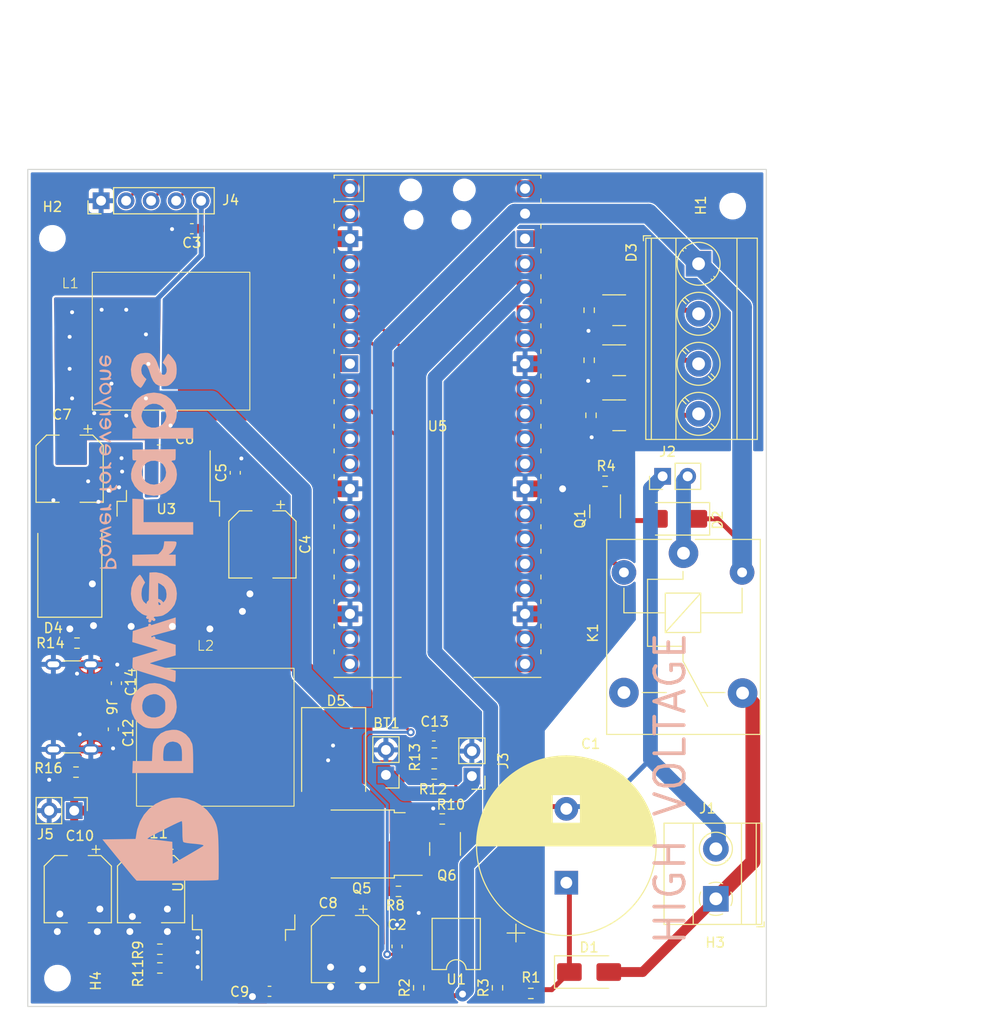
<source format=kicad_pcb>
(kicad_pcb (version 20221018) (generator pcbnew)
  (layers (0 "F.Cu" signal) (31 "B.Cu" power) (34 "B.Paste" user) (35 "F.Paste" user) (36 "B.SilkS" user "B.Silkscreen") (37 "F.SilkS" user "F.Silkscreen") (38 "B.Mask" user) (39 "F.Mask" user) (44 "Edge.Cuts" user))
  (net 0 "")
  (net 1 "/BATT_POS")
  (net 2 "GND")
  (net 3 "+5V")
  (net 4 "/NEUTRAL")
  (net 5 "/MAINS_SENSE")
  (net 6 "/GSM_TXD")
  (net 7 "/BATT_READ")
  (net 8 "/GSM_RXD")
  (net 9 "/LIVE")
  (net 10 "Net-(R1-Pad2)")
  (net 11 "+3.3V")
  (net 12 "/MAINS_RELAY")
  (net 13 "/LOAD_SWITCH")
  (net 14 "/LED_BLUE")
  (net 15 "/LED_GREEN")
  (net 16 "/LED_RED")
  (net 17 "/BATT_OUT+")
  (net 18 "/GSM_RESET")
  (net 19 "/sw_1")
  (net 20 "/FB_1")
  (net 21 "/main_det_ret")
  (net 22 "/LIVE_RELAY_CHARGER_OUT")
  (net 23 "/sw_OUT")
  (net 24 "/LED_RED_OUT")
  (net 25 "/LED_GREEN_OUT")
  (net 26 "/LED_BLUE_OUT")
  (net 27 "/out_1")
  (net 28 "Net-(D2-A)")
  (net 30 "Net-(Q5-G)")
  (net 31 "Net-(R3-Pad2)")
  (net 54 "Net-(J6-CC1)")
  (net 55 "Net-(J6-CC2)")
  (footprint "Diode_SMD:D_SMC" (layer "F.Cu") (at 80.772 99.06 90)
    (fp_text reference "D4")
    (fp_text value "B540C")
  )
  (footprint "TerminalBlock_Phoenix:TerminalBlock_Phoenix_MKDS-3-4-5.08_1x04_P5.08mm_Horizontal" (layer "F.Cu") (at 144.62 68.08 -90)
    (fp_text reference "D3")
    (fp_text value "LED_ARGB")
  )
  (footprint "MountingHole:MountingHole_2.2mm_M2" (layer "F.Cu") (at 148.082 62.23)
    (fp_text reference "H1")
    (fp_text value "MountingHole")
  )
  (footprint "Connector_PinHeader_2.54mm:PinHeader_1x02_P2.54mm_Vertical" (layer "F.Cu") (at 81.215 123.61 -90)
    (fp_text reference "J5")
    (fp_text value "Screw_Terminal_01x02")
  )
  (footprint "Package_TO_SOT_SMD:SOT-23" (layer "F.Cu") (at 135.128 93.218 -90)
    (fp_text reference "Q1")
    (fp_text value "Q_NMOS_GSD")
  )
  (footprint "Capacitor_SMD:CP_Elec_6.3x7.7" (layer "F.Cu") (at 81.58 131.585 -90)
    (fp_text reference "C10")
    (fp_text value "470uF")
  )
  (footprint "footprint_library:SMD,13.7x12.8mm" (layer "F.Cu") (at 101.04 116.16 180)
    (fp_text reference "L2")
    (fp_text value "47uH")
  )
  (footprint "Resistor_SMD:R_0603_1608Metric" (layer "F.Cu") (at 133.696 83.466 -90)
    (fp_text reference "R7" hide)
    (fp_text value "10K")
  )
  (footprint "TerminalBlock_Phoenix:TerminalBlock_Phoenix_MKDS-1,5-2-5.08_1x02_P5.08mm_Horizontal" (layer "F.Cu") (at 146.375 132.565 90)
    (fp_text reference "J1")
    (fp_text value "Screw_Terminal_01x02")
  )
  (footprint "Resistor_SMD:R_0603_1608Metric" (layer "F.Cu") (at 116.2 141.6 90)
    (fp_text reference "R2")
    (fp_text value "10K")
  )
  (footprint "footprint_library:SMD,13.7x12.8mm" (layer "F.Cu") (at 96.55 75.94 180)
    (fp_text reference "L1")
    (fp_text value "47uH")
  )
  (footprint "Resistor_SMD:R_0603_1608Metric" (layer "F.Cu") (at 81.5 106.6 180)
    (fp_text reference "R14")
    (fp_text value "10K")
  )
  (footprint "Capacitor_SMD:C_0603_1608Metric" (layer "F.Cu") (at 101.05 141.96 180)
    (fp_text reference "C9")
    (fp_text value "100nF")
  )
  (footprint "MountingHole:MountingHole_2.2mm_M2" (layer "F.Cu") (at 146.304 140.208)
    (fp_text reference "H3")
    (fp_text value "MountingHole")
  )
  (footprint "Package_TO_SOT_SMD:SOT-23" (layer "F.Cu") (at 136.558 72.798)
    (fp_text reference "Q2" hide)
    (fp_text value "Q_NMOS_GSD")
  )
  (footprint "Resistor_SMD:R_0603_1608Metric" (layer "F.Cu") (at 117.77 119.895)
    (fp_text reference "R12")
    (fp_text value "47k")
  )
  (footprint "Resistor_SMD:R_0603_1608Metric" (layer "F.Cu") (at 124.2 141.6 90)
    (fp_text reference "R3")
    (fp_text value "10K")
  )
  (footprint "Diode_SMD:D_SMA" (layer "F.Cu") (at 133.5 140)
    (fp_text reference "D1")
    (fp_text value "D")
  )
  (footprint "Resistor_SMD:R_0603_1608Metric" (layer "F.Cu") (at 135.128 90.17 180)
    (fp_text reference "R4")
    (fp_text value "10K")
  )
  (footprint "footprint_library:RPi_Pico_SMD_TH_REMOVED_SWD_PINS" (layer "F.Cu") (at 118.11 84.582)
    (fp_text reference "U5")
    (fp_text value "SC0915")
  )
  (footprint "Package_TO_SOT_SMD:SOT-23" (layer "F.Cu") (at 136.558 83.466)
    (fp_text reference "Q4" hide)
    (fp_text value "Q_NMOS_GSD")
  )
  (footprint "Package_TO_SOT_SMD:TO-263-5_TabPin3" (layer "F.Cu") (at 90.77 97.03 -90)
    (fp_text reference "U3")
    (fp_text value "LM2596S-5")
  )
  (footprint "Connector_PinHeader_2.54mm:PinHeader_1x02_P2.54mm_Vertical" (layer "F.Cu") (at 121.6 120.105 180)
    (fp_text reference "J3")
    (fp_text value "Conn_01x02_Pin")
  )
  (footprint "Resistor_SMD:R_0603_1608Metric" (layer "F.Cu") (at 89.916 139.585)
    (fp_text reference "R11")
    (fp_text value "3K3")
  )
  (footprint "MountingHole:MountingHole_2.2mm_M2" (layer "F.Cu") (at 79.52 140.62)
    (fp_text reference "H4")
    (fp_text value "MountingHole")
  )
  (footprint "Resistor_SMD:R_0603_1608Metric" (layer "F.Cu") (at 133.51 77.878 -90)
    (fp_text reference "R6" hide)
    (fp_text value "10K")
  )
  (footprint "Resistor_SMD:R_0603_1608Metric" (layer "F.Cu") (at 81.4 119.7 180)
    (fp_text reference "R16")
    (fp_text value "10K")
  )
  (footprint "Connector_USB:USB_C_Receptacle_GCT_USB4125-xx-x_6P_TopMnt_Horizontal" (layer "F.Cu") (at 79.9 113.075 -90)
    (fp_text reference "J6")
    (fp_text value "USB_C_Receptacle_PowerOnly_6P")
  )
  (footprint "Capacitor_SMD:CP_Elec_6.3x7.7" (layer "F.Cu") (at 80.75 88.89 -90)
    (fp_text reference "C7")
    (fp_text value "470uF")
  )
  (footprint "Package_TO_SOT_SMD:TO-252-2" (layer "F.Cu") (at 110.412 127 180)
    (fp_text reference "Q5")
    (fp_text value "Q_NMOS_GDS")
  )
  (footprint "Capacitor_SMD:C_0603_1608Metric" (layer "F.Cu") (at 97.57 89.305 90)
    (fp_text reference "C5")
    (fp_text value "100nF")
  )
  (footprint "Capacitor_SMD:C_0603_1608Metric" (layer "F.Cu") (at 114 137.4 90)
    (fp_text reference "C2")
    (fp_text value "100nF")
  )
  (footprint "Package_TO_SOT_SMD:SOT-23" (layer "F.Cu") (at 118.872 127.508 -90)
    (fp_text reference "Q6")
    (fp_text value "Q_NMOS_GSD")
  )
  (footprint "Diode_SMD:D_SMC" (layer "F.Cu") (at 107.56 118.0625 -90)
    (fp_text reference "D5")
    (fp_text value "B540C")
  )
  (footprint "Package_TO_SOT_SMD:SOT-23" (layer "F.Cu") (at 136.558 77.878)
    (fp_text reference "Q3" hide)
    (fp_text value "Q_NMOS_GSD")
  )
  (footprint "Connector_PinHeader_2.54mm:PinHeader_1x05_P2.54mm_Vertical" (layer "F.Cu") (at 83.945 61.68 90)
    (fp_text reference "J4")
    (fp_text value "Conn_01x05_Socket")
  )
  (footprint "Package_DIP:SMDIP-4_W7.62mm" (layer "F.Cu") (at 120.01 137.15 180)
    (fp_text reference "U1")
    (fp_text value "PC817")
  )
  (footprint "Capacitor_SMD:CP_Elec_6.3x7.7" (layer "F.Cu") (at 108.712 137.668 -90)
    (fp_text reference "C8")
    (fp_text value "470uF")
  )
  (footprint "Connector_PinHeader_2.54mm:PinHeader_1x02_P2.54mm_Vertical" (layer "F.Cu") (at 112.87 119.985 180)
    (fp_text reference "BT1")
    (fp_text value "Battery")
  )
  (footprint "Resistor_SMD:R_0603_1608Metric" (layer "F.Cu") (at 127.585 142.175 180)
    (fp_text reference "R1")
    (fp_text value "10K")
  )
  (footprint "Resistor_SMD:R_0603_1608Metric" (layer "F.Cu") (at 133.51 72.798 -90)
    (fp_text reference "R5" hide)
    (fp_text value "10K")
  )
  (footprint "Resistor_SMD:R_0603_1608Metric" (layer "F.Cu") (at 118.59 124.46 180)
    (fp_text reference "R10")
    (fp_text value "10K")
  )
  (footprint "Package_TO_SOT_SMD:TO-263-5_TabPin3" (layer "F.Cu") (at 98.42 130.875 90)
    (fp_text reference "U4")
    (fp_text value "XL4015")
  )
  (footprint "Capacitor_SMD:CP_Elec_6.3x7.7" (layer "F.Cu") (at 100.33 96.58 -90)
    (fp_text reference "C4")
    (fp_text value "470uF")
  )
  (footprint "MountingHole:MountingHole_2.2mm_M2" (layer "F.Cu") (at 79 65.5)
    (fp_text reference "H2")
    (fp_text value "MountingHole")
  )
  (footprint "Capacitor_SMD:C_0603_1608Metric" (layer "F.Cu") (at 117.73 116.025 180)
    (fp_text reference "C13")
    (fp_text value "100nF")
  )
  (footprint "Resistor_SMD:R_0603_1608Metric" (layer "F.Cu") (at 117.79 117.765 180)
    (fp_text reference "R13")
    (fp_text value "10K")
  )
  (footprint "Resistor_SMD:R_0603_1608Metric" (layer "F.Cu") (at 114.14 131.81)
    (fp_text reference "R8")
    (fp_text value "10K")
  )
  (footprint "Capacitor_SMD:C_0603_1608Metric" (layer "F.Cu") (at 93.16 64.52 180)
    (fp_text reference "C3")
    (fp_text value "100nF")
  )
  (footprint "Capacitor_SMD:C_0603_1608Metric" (layer "F.Cu") (at 89.8 85.97)
    (fp_text reference "C6")
    (fp_text value "100nF")
  )
  (footprint "Capacitor_SMD:C_0603_1608Metric" (layer "F.Cu") (at 85.5 110.67 90)
    (fp_text reference "C14")
    (fp_text value "100nF")
  )
  (footprint "Diode_SMD:D_SMA" (layer "F.Cu") (at 142.24 93.98 180)
    (fp_text reference "D2")
    (fp_text value "D")
  )
  (footprint "Capacitor_THT:CP_Radial_D18.0mm_P7.50mm" (layer "F.Cu") (at 131.19 130.93 90)
    (fp_text reference "C1")
    (fp_text value "120uF/450v")
  )
  (footprint "Resistor_SMD:R_0603_1608Metric" (layer "F.Cu") (at 89.916 137.685 180)
    (fp_text reference "R9")
    (fp_text value "10K")
  )
  (footprint "Capacitor_SMD:C_0603_1608Metric" (layer "F.Cu") (at 85.19 115.35 -90)
    (fp_text reference "C12")
    (fp_text value "100nF")
  )
  (footprint "Connector_PinHeader_2.54mm:PinHeader_1x02_P2.54mm_Vertical" (layer "F.Cu") (at 140.97 89.662 90)
    (fp_text reference "J2")
    (fp_text value "Conn_01x02_Pin")
  )
  (footprint "Capacitor_SMD:CP_Elec_6.3x7.7" (layer "F.Cu") (at 89.02 131.585 -90)
    (fp_text reference "C11")
    (fp_text value "470uF")
  )
  (footprint "Relay_THT:Relay_SPDT_SANYOU_SRD_Series_Form_C" (layer "F.Cu") (at 143.088 97.472 -90)
    (fp_text reference "K1")
    (fp_text value "SANYOU_SRD_Form_C")
  )
  (footprint "LOGO" (layer "B.Cu") (at 89.49 104.39 90)
    (fp_text reference "G***")
    (fp_text value "LOGO" hide)
  )
  (gr_rect (start 76.5 58.5) (end 151.5 143.5) (stroke (width 0.1)) (fill none) (layer "Edge.Cuts"))
  (gr_text "HIGH VOLTAGE" (at 143.5 137.46 90) (layer "B.SilkS") (effects (font (size 3 3) (thickness 0.375) bold) (justify left bottom)))
  (segment (start 112.87 119.985) (end 112.87 121.19) (width 0.3) (layer "F.Cu") (net 1))
  (segment (start 100.46 93.75) (end 101.75 93.75) (width 2) (layer "F.Cu") (net 1))
  (segment (start 112.87 122.138) (end 112.87 119.985) (width 1.5) (layer "F.Cu") (net 1))
  (segment (start 110.5 119.5) (end 110.985 119.985) (width 2) (layer "F.Cu") (net 1))
  (segment (start 103.83 95.83) (end 103.83 108.6) (width 2) (layer "F.Cu") (net 1))
  (segment (start 110.985 119.985) (end 112.87 119.985) (width 2) (layer "F.Cu") (net 1))
  (segment (start 106.73 111.5) (end 110.29 111.5) (width 2) (layer "F.Cu") (net 1))
  (segment (start 101.75 93.75) (end 103.83 95.83) (width 2) (layer "F.Cu") (net 1))
  (segment (start 113.315 126.857) (end 115.452 124.72) (width 0.3) (layer "F.Cu") (net 1))
  (segment (start 110.29 111.5) (end 110.5 111.71) (width 2) (layer "F.Cu") (net 1))
  (segment (start 116.945 119.895) (end 112.96 119.895) (width 0.3) (layer "F.Cu") (net 1))
  (segment (start 110.5 111.71) (end 110.5 119.5) (width 2) (layer "F.Cu") (net 1))
  (segment (start 103.83 108.6) (end 106.73 111.5) (width 2) (layer "F.Cu") (net 1))
  (segment (start 112.87 121.19) (end 112.87 122.138) (width 1.5) (layer "F.Cu") (net 1))
  (segment (start 112.87 122.138) (end 115.452 124.72) (width 1.5) (layer "F.Cu") (net 1))
  (segment (start 113.315 131.81) (end 113.315 126.857) (width 0.3) (layer "F.Cu") (net 1))
  (segment (start 112.96 119.895) (end 112.87 119.985) (width 0.3) (layer "F.Cu") (net 1))
  (segment (start 120.57 121.89) (end 114.775 121.89) (width 1.5) (layer "B.Cu") (net 1))
  (segment (start 121.6 120.105) (end 121.6 120.86) (width 1.5) (layer "B.Cu") (net 1))
  (segment (start 114.775 121.89) (end 112.87 119.985) (width 1.5) (layer "B.Cu") (net 1))
  (segment (start 121.6 120.86) (end 120.57 121.89) (width 1.5) (layer "B.Cu") (net 1))
  (segment (start 97.57 88.53) (end 97.57 88.47) (width 1) (layer "F.Cu") (net 2))
  (segment (start 116.955 117.755) (end 116.955 116.025) (width 0.3) (layer "F.Cu") (net 2))
  (segment (start 114 136.625) (end 114 135.2) (width 0.5) (layer "F.Cu") (net 2))
  (segment (start 131.572 90.17) (end 130.81 90.932) (width 0.5) (layer "F.Cu") (net 2))
  (segment (start 85.19 117.26) (end 85.16 117.29) (width 1) (layer "F.Cu") (net 2))
  (segment (start 100.12 138.525) (end 100.12 141.805) (width 1) (layer "F.Cu") (net 2))
  (segment (start 83.0425 115.84) (end 81.79 115.84) (width 1) (layer "F.Cu") (net 2))
  (segment (start 116.965 117.765) (end 116.955 117.755) (width 0.3) (layer "F.Cu") (net 2))
  (segment (start 134.178 92.2805) (end 132.1585 92.2805) (width 0.5) (layer "F.Cu") (net 2))
  (segment (start 90.575 89.185) (end 90.77 89.38) (width 0.5) (layer "F.Cu") (net 2))
  (segment (start 116.645 117.445) (end 112.87 117.445) (width 0.3) (layer "F.Cu") (net 2))
  (segment (start 85.19 116.125) (end 85.19 117.26) (width 1) (layer "F.Cu") (net 2))
  (segment (start 90.741 139.585) (end 93.96 139.585) (width 0.3) (layer "F.Cu") (net 2))
  (segment (start 83.3275 116.125) (end 85.19 116.125) (width 1) (layer "F.Cu") (net 2))
  (segment (start 133.51 73.623) (end 133.51 74.82) (width 0.5) (layer "F.Cu") (net 2))
  (segment (start 116.965 117.765) (end 116.645 117.445) (width 0.3) (layer "F.Cu") (net 2))
  (segment (start 78.675 120.48) (end 78.745 120.41) (width 0.5) (layer "F.Cu") (net 2))
  (segment (start 133.51 78.703) (end 133.51 79.87) (width 0.5) (layer "F.Cu") (net 2))
  (segment (start 116.2 134) (end 116.2 135.88) (width 0.5) (layer "F.Cu") (net 2))
  (segment (start 107 118.5) (end 107 117.5) (width 1.5) (layer "F.Cu") (net 2))
  (segment (start 107.56 116.94) (end 107.5 117) (width 1.5) (layer "F.Cu") (net 2))
  (segment (start 97.57 88.47) (end 98.19 87.85) (width 1) (layer "F.Cu") (net 2))
  (segment (start 86.49 102.46) (end 87.995 100.955) (width 1.5) (layer "F.Cu") (net 2))
  (segment (start 126.89 90.932) (end 130.81 90.932) (width 1) (layer "F.Cu") (net 2))
  (segment (start 135.6205 73.748) (end 133.635 73.748) (width 0.5) (layer "F.Cu") (net 2))
  (segment (start 133.821 84.416) (end 133.696 84.291) (width 0.5) (layer "F.Cu") (net 2))
  (segment (start 93.96 139.585) (end 95.02 138.525) (width 0.3) (layer "F.Cu") (net 2))
  (segment (start 133.51 74.82) (end 133.44 74.89) (width 0.5) (layer "F.Cu") (net 2))
  (segment (start 133.635 73.748) (end 133.51 73.623) (width 0.5) (layer "F.Cu") (net 2))
  (segment (start 92.385 64.52) (end 91.19 64.52) (width 1) (layer "F.Cu") (net 2))
  (segment (start 133.696 84.291) (end 133.696 85.636) (width 0.5) (layer "F.Cu") (net 2))
  (segment (start 90.575 85.97) (end 90.575 84.925) (width 0.5) (layer "F.Cu") (net 2))
  (segment (start 87.37 89.38) (end 87.37 88.22) (width 0.5) (layer "F.Cu") (net 2))
  (segment (start 117.922 126.5705) (end 117.922 124.617) (width 0.5) (layer "F.Cu") (net 2))
  (segment (start 135.6205 84.416) (end 133.821 84.416) (width 0.5) (layer "F.Cu") (net 2))
  (segment (start 134.303 90.17) (end 131.572 90.17) (width 0.5) (layer "F.Cu") (net 2))
  (segment (start 91.19 64.52) (end 91.15 64.56) (width 1) (layer "F.Cu") (net 2))
  (segment (start 90.575 84.925) (end 91 84.5) (width 0.5) (layer "F.Cu") (net 2))
  (segment (start 81.79 115.84) (end 81.77 115.86) (width 1) (layer "F.Cu") (net 2))
  (segment (start 78.675 123.61) (end 78.675 120.48) (width 0.5) (layer "F.Cu") (net 2))
  (segment (start 80.772 102.46) (end 86.49 102.46) (width 1.5) (layer "F.Cu") (net 2))
  (segment (start 107.56 114.6625) (end 107.56 116.94) (width 1.5) (layer "F.Cu") (net 2))
  (segment (start 117.765 123.485) (end 117.67 123.39) (width 0.5) (layer "F.Cu") (net 2))
  (segment (start 133.51 79.87) (end 133.41 79.97) (width 0.5) (layer "F.Cu") (net 2))
  (segment (start 83.0425 115.84) (end 83.3275 116.125) (width 1) (layer "F.Cu") (net 2))
  (segment (start 133.696 85.636) (end 133.76 85.7) (width 0.5) (layer "F.Cu") (net 2))
  (segment (start 135.6205 78.828) (end 133.635 78.828) (width 0.5) (layer "F.Cu") (net 2))
  (segment (start 132.1585 92.2805) (end 130.81 90.932) (width 0.5) (layer "F.Cu") (net 2))
  (segment (start 85.5 108.87) (end 85.59 108.78) (width 1) (layer "F.Cu") (net 2))
  (segment (start 100.12 141.688) (end 99.314 142.494) (width 1) (layer "F.Cu") (net 2))
  (segment (start 100.12 141.805) (end 100.275 141.96) (width 1) (layer "F.Cu") (net 2))
  (segment (start 107 117.5) (end 107.5 117) (width 1.5) (layer "F.Cu") (net 2))
  (segment (start 117.922 124.617) (end 117.765 124.46) (width 0.5) (layer "F.Cu") (net 2))
  (segment (start 117.765 124.46) (end 117.765 123.485) (width 0.5) (layer "F.Cu") (net 2))
  (segment (start 134.303 92.1555) (end 134.178 92.2805) (width 0.5) (layer "F.Cu") (net 2))
  (segment (start 133.635 78.828) (end 133.51 78.703) (width 0.5) (layer "F.Cu") (net 2))
  (segment (start 90.575 85.97) (end 90.575 89.185) (width 0.5) (layer "F.Cu") (net 2))
  (segment (start 134.303 90.17) (end 134.303 92.1555) (width 0.5) (layer "F.Cu") (net 2))
  (segment (start 85.5 109.895) (end 85.5 108.87) (width 1) (layer "F.Cu") (net 2))
  (via (at 99.06 101.6) (size 1) (drill 0.7) (layers "F.Cu" "B.Cu") (net 2))
  (via (at 85.59 108.78) (size 0.8) (drill 0.4) (layers "F.Cu" "B.Cu") (net 2))
  (via (at 83.566 135.89) (size 1) (drill 0.7) (layers "F.Cu" "B.Cu") (net 2))
  (via (at 133.76 85.7) (size 0.8) (drill 0.4) (layers "F.Cu" "B.Cu") (net 2))
  (via (at 84.71 91.11) (size 0.8) (drill 0.4) (layers "F.Cu" "B.Cu") (net 2))
  (via (at 93.75 136.5) (size 0.8) (drill 0.4) (layers "F.Cu" "B.Cu") (net 2))
  (via (at 93.75 139.5) (size 0.8) (drill 0.4) (layers "F.Cu" "B.Cu") (net 2))
  (via (at 107.25 139.5) (size 1) (drill 0.7) (layers "F.Cu" "B.Cu") (net 2))
  (via (at 91.186 104.902) (size 1) (drill 0.7) (layers "F.Cu" "B.Cu") (net 2))
  (via (at 110.5 141.5) (size 1) (drill 0.7) (layers "F.Cu" "B.Cu") (net 2))
  (via (at 91 84.5) (size 0.8) (drill 0.4) (layers "F.Cu" "B.Cu") (net 2))
  (via (at 87.122 134.366) (size 1) (drill 0.7) (layers "F.Cu" "B.Cu") (net 2))
  (via (at 110.49 139.7) (size 1) (drill 0.7) (layers "F.Cu" "B.Cu") (net 2))
  (via (at 93.75 138) (size 0.8) (drill 0.4) (layers "F.Cu" "B.Cu") (net 2))
  (via (at 90.678 133.604) (size 1) (drill 0.7) (layers "F.Cu" "B.Cu") (net 2))
  (via (at 81.5 109.7) (size 0.8) (drill 0.4) (layers "F.Cu" "B.Cu") (net 2))
  (via (at 98.19 87.85) (size 0.8) (drill 0.4) (layers "F.Cu" "B.Cu") (net 2))
  (via (at 83.175 104.825) (size 1) (drill 0.7) (layers "F.Cu" "B.Cu") (net 2))
  (via (at 116.2 134) (size 0.8) (drill 0.4) (layers "F.Cu" "B.Cu") (net 2))
  (via (at 85.77 90.78) (size 0.8) (drill 0.4) (layers "F.Cu" "B.Cu") (net 2))
  (via (at 78.675 120.48) (size 0.8) (drill 0.4) (layers "F.Cu" "B.Cu") (net 2))
  (via (at 87 104.902) (size 1) (drill 0.7) (layers "F.Cu" "B.Cu") (net 2))
  (via (at 91.15 64.56) (size 0.8) (drill 0.4) (layers "F.Cu" "B.Cu") (net 2))
  (via (at 130.81 90.932) (size 1) (drill 0.7) (layers "F.Cu" "B.Cu") (net 2))
  (via (at 117.67 123.39) (size 0.8) (drill 0.4) (layers "F.Cu" "B.Cu") (net 2))
  (via (at 133.44 74.89) (size 0.8) (drill 0.4) (layers "F.Cu" "B.Cu") (net 2))
  (via (at 114 135.2) (size 0.8) (drill 0.4) (layers "F.Cu" "B.Cu") (net 2))
  (via (at 98.298 103.378) (size 1) (drill 0.7) (layers "F.Cu" "B.Cu") (net 2))
  (via (at 99.314 142.494) (size 1) (drill 0.7) (layers "F.Cu" "B.Cu") (net 2))
  (via (at 83.058 100.584) (size 1) (drill 0.7) (layers "F.Cu" "B.Cu") (net 2))
  (via (at 81.77 115.86) (size 0.8) (drill 0.4) (layers "F.Cu" "B.Cu") (net 2))
  (via (at 107.5 117) (size 0.8) (drill 0.4) (layers "F.Cu" "B.Cu") (net 2))
  (via (at 83.68 92.25) (size 0.8) (drill 0.4) (layers "F.Cu" "B.Cu") (net 2))
  (via (at 133.41 79.97) (size 0.8) (drill 0.4) (layers "F.Cu" "B.Cu") (net 2))
  (via (at 79.756 134.112) (size 1) (drill 0.7) (layers "F.Cu" "B.Cu") (net 2))
  (via (at 90.678 135.89) (size 1) (drill 0.7) (layers "F.Cu" "B.Cu") (net 2))
  (via (at 82.63 90.17) (size 0.8) (drill 0.4) (layers "F.Cu" "B.Cu") (net 2))
  (via (at 79.1 92.09) (size 0.8) (drill 0.4) (layers "F.Cu" "B.Cu") (net 2))
  (via (at 86.02 87.82) (size 0.8) (drill 0.4) (layers "F.Cu" "B.Cu") (net 2))
  (via (at 83.82 133.604) (size 1) (drill 0.7) (layers "F.Cu" "B.Cu") (net 2))
  (via (at 85.16 117.29) (size 0.8) (drill 0.4) (layers "F.Cu" "B.Cu") (net 2))
  (via (at 80.772 105.156) (size 1) (drill 0.7) (layers "F.Cu" "B.Cu") (net 2))
  (via (at 94.996 105.156) (size 1) (drill 0.7) (layers "F.Cu" "B.Cu") (net 2))
  (via (at 86.868 135.89) (size 1) (drill 0.7) (layers "F.Cu" "B.Cu") (net 2))
  (via (at 107.25 141.5) (size 1) (drill 0.7) (layers "F.Cu" "B.Cu") (net 2))
  (via (at 86.08 89.18) (size 0.8) (drill 0.4) (layers "F.Cu" "B.Cu") (net 2))
  (via (at 107 118.5) (size 0.8) (drill 0.4) (layers "F.Cu" "B.Cu") (net 2))
  (via (at 79.502 135.89) (size 1) (drill 0.7) (layers "F.Cu" "B.Cu") (net 2))
  (segment (start 93.935 64.52) (end 94.105 64.35) (width 0.5) (layer "F.Cu") (net 3))
  (segment (start 149.038 96.46) (end 149.038 99.422) (width 0.5) (layer "F.Cu") (net 3))
  (segment (start 144.24 93.98) (end 146.558 93.98) (width 0.5) (layer "F.Cu") (net 3))
  (segment (start 146.558 93.98) (end 149.038 96.46) (width 0.5) (layer "F.Cu") (net 3))
  (segment (start 94.105 64.35) (end 94.105 61.68) (width 0.5) (layer "F.Cu") (net 3))
  (via (at 88.75 78.25) (size 0.8) (drill 0.4) (layers "F.Cu" "B.Cu") (net 3))
  (via (at 81 73) (size 0.8) (drill 0.4) (layers "F.Cu" "B.Cu") (net 3))
  (via (at 86.5 83.5) (size 0.8) (drill 0.4) (layers "F.Cu" "B.Cu") (net 3))
  (via (at 88.5 75.25) (size 0.8) (drill 0.4) (layers "F.Cu" "B.Cu") (net 3))
  (via (at 81 81.75) (size 0.8) (drill 0.4) (layers "F.Cu" "B.Cu") (net 3))
  (via (at 83.25 83.25) (size 0.8) (drill 0.4) (layers "F.Cu" "B.Cu") (net 3))
  (via (at 86.5 72.75) (size 0.8) (drill 0.4) (layers "F.Cu" "B.Cu") (net 3))
  (via (at 84 72.75) (size 0.8) (drill 0.4) (layers "F.Cu" "B.Cu") (net 3))
  (via (at 85 80.25) (size 0.8) (drill 0.4) (layers "F.Cu" "B.Cu") (net 3))
  (via (at 80.75 75.5) (size 0.8) (drill 0.4) (layers "F.Cu" "B.Cu") (net 3))
  (via (at 80.75 78.75) (size 0.8) (drill 0.4) (layers "F.Cu" "B.Cu") (net 3))
  (via (at 88.5 81.75) (size 0.8) (drill 0.4) (layers "F.Cu" "B.Cu") (net 3))
  (segment (start 89.17 81.96) (end 95.15 81.96) (width 2) (layer "B.Cu") (net 3))
  (segment (start 125.976 62.992) (end 139.532 62.992) (width 2) (layer "B.Cu") (net 3))
  (segment (start 149.038 99.422) (end 149.038 72.498) (width 2) (layer "B.Cu") (net 3))
  (segment (start 95.15 81.96) (end 104.33 91.14) (width 2) (layer "B.Cu") (net 3))
  (segment (start 139.532 62.992) (end 144.62 68.08) (width 2) (layer "B.Cu") (net 3))
  (segment (start 94.105 67.205) (end 84.68 76.63) (width 0.5) (layer "B.Cu") (net 3))
  (segment (start 88.39 81.18) (end 89.17 81.96) (width 1.5) (layer "B.Cu") (net 3))
  (segment (start 149.038 72.498) (end 144.62 68.08) (width 2) (layer "B.Cu") (net 3))
  (segment (start 88.92 81.71) (end 89.17 81.96) (width 1.5) (layer "B.Cu") (net 3))
  (segment (start 88.39 81.18) (end 87.86 81.18) (width 1.5) (layer "B.Cu") (net 3))
  (segment (start 104.33 91.14) (end 104.33 109.65) (width 2) (layer "B.Cu") (net 3))
  (segment (start 112.522 114.18) (end 112.522 76.446) (width 2) (layer "B.Cu") (net 3))
  (segment (start 112.522 76.446) (end 125.976 62.992) (width 2) (layer "B.Cu") (net 3))
  (segment (start 94.105 61.68) (end 94.105 67.205) (width 0.5) (layer "B.Cu") (net 3))
  (segment (start 108.86 114.18) (end 112.522 114.18) (width 2) (layer "B.Cu") (net 3))
  (segment (start 104.33 109.65) (end 108.86 114.18) (width 2) (layer "B.Cu") (net 3))
  (segment (start 125.2 127.56) (end 129.56 123.2) (width 0.5) (layer "F.Cu") (net 4))
  (segment (start 124.84 135.51) (end 125.2 135.15) (width 0.5) (layer "F.Cu") (net 4))
  (segment (start 125.2 135.15) (end 125.2 127.56) (width 0.5) (layer "F.Cu") (net 4))
  (segment (start 129.56 123.2) (end 130.93 123.2) (width 0.5) (layer "F.Cu") (net 4))
  (segment (start 142.228 120.892) (end 146.64 125.304) (width 1.5) (layer "B.Cu") (net 4))
  (segment (start 134.924 123.2) (end 139.73 118.394) (width 0.5) (layer "B.Cu") (net 4))
  (segment (start 130.93 123.2) (end 134.924 123.2) (width 0.5) (layer "B.Cu") (net 4))
  (segment (start 146.64 125.304) (end 146.64 127.22) (width 1.5) (layer "B.Cu") (net 4))
  (segment (start 139.73 118.394) (end 139.73 90.902) (width 1.5) (layer "B.Cu") (net 4))
  (segment (start 139.73 90.902) (end 140.97 89.662) (width 1.5) (layer "B.Cu") (net 4))
  (segment (start 142.228 120.892) (end 139.73 118.394) (width 1.5) (layer "B.Cu") (net 4))
  (segment (start 115.955 138.175) (end 116.2 138.42) (width 0.3) (layer "F.Cu") (net 5))
  (segment (start 116.2 138.42) (end 116.2 140.775) (width 0.3) (layer "F.Cu") (net 5))
  (segment (start 114 138.175) (end 115.955 138.175) (width 0.3) (layer "F.Cu") (net 5))
  (segment (start 109.11 80.772) (end 113.79 85.452) (width 0.3) (layer "F.Cu") (net 5))
  (segment (start 113.975 138.2) (end 114 138.175) (width 0.3) (layer "F.Cu") (net 5))
  (segment (start 113.79 85.452) (end 113.79 114.05) (width 0.3) (layer "F.Cu") (net 5))
  (segment (start 113.79 114.05) (end 115.39 115.65) (width 0.3) (layer "F.Cu") (net 5))
  (segment (start 113 138.2) (end 113.975 138.2) (width 0.3) (layer "F.Cu") (net 5))
  (via (at 115.39 115.65) (size 0.8) (drill 0.4) (layers "F.Cu" "B.Cu") (net 5))
  (via (at 113 138.2) (size 0.8) (drill 0.4) (layers "F.Cu" "B.Cu") (net 5))
  (segment (start 111.11 115.65) (end 115.39 115.65) (width 0.3) (layer "B.Cu") (net 5))
  (segment (start 113 138.2) (end 113 122.99) (width 0.3) (layer "B.Cu") (net 5))
  (segment (start 110.7 120.69) (end 110.7 116.06) (width 0.3) (layer "B.Cu") (net 5))
  (segment (start 113 122.99) (end 110.7 120.69) (width 0.3) (layer "B.Cu") (net 5))
  (segment (start 110.7 116.06) (end 111.11 115.65) (width 0.3) (layer "B.Cu") (net 5))
  (segment (start 104.802 62.992) (end 109.11 62.992) (width 0.3) (layer "F.Cu") (net 6))
  (segment (start 100.86 59.05) (end 104.802 62.992) (width 0.3) (layer "F.Cu") (net 6))
  (segment (start 89.115 59.05) (end 100.86 59.05) (width 0.3) (layer "F.Cu") (net 6))
  (segment (start 86.485 61.68) (end 89.115 59.05) (width 0.3) (layer "F.Cu") (net 6))
  (segment (start 114.65 110.27) (end 114.65 79.36) (width 0.3) (layer "F.Cu") (net 7))
  (segment (start 118.505 114.125) (end 114.65 110.27) (width 0.3) (layer "F.Cu") (net 7))
  (segment (start 118.505 116.025) (end 118.505 119.805) (width 0.3) (layer "F.Cu") (net 7))
  (segment (start 114.65 79.36) (end 110.982 75.692) (width 0.3) (layer "F.Cu") (net 7))
  (segment (start 118.505 116.025) (end 118.505 114.125) (width 0.3) (layer "F.Cu") (net 7))
  (segment (start 118.505 119.805) (end 118.595 119.895) (width 0.3) (layer "F.Cu") (net 7))
  (segment (start 110.982 75.692) (end 109.11 75.692) (width 0.3) (layer "F.Cu") (net 7))
  (segment (start 99.84 59.6) (end 106 65.76) (width 0.3) (layer "F.Cu") (net 8))
  (segment (start 109.042 68.14) (end 109.11 68.072) (width 0.3) (layer "F.Cu") (net 8))
  (segment (start 91.105 59.6) (end 99.84 59.6) (width 0.3) (layer "F.Cu") (net 8))
  (segment (start 89.025 61.68) (end 91.105 59.6) (width 0.3) (layer "F.Cu") (net 8))
  (segment (start 106 68.14) (end 109.042 68.14) (width 0.3) (layer "F.Cu") (net 8))
  (segment (start 106 65.76) (end 106 68.14) (width 0.3) (layer "F.Cu") (net 8))
  (segment (start 138.94 140) (end 146.64 132.3) (width 1) (layer "F.Cu") (net 9))
  (segment (start 149.088 111.672) (end 150.13 112.714) (width 1.5) (layer "F.Cu") (net 9))
  (segment (start 150.13 112.714) (end 150.13 128.81) (width 1.5) (layer "F.Cu") (net 9))
  (segment (start 135.5 140) (end 138.94 140) (width 1) (layer "F.Cu") (net 9))
  (segment (start 150.13 128.81) (end 146.64 132.3) (width 1.5) (layer "F.Cu") (net 9))
  (segment (start 124.2 142.425) (end 126.51 142.425) (width 0.5) (layer "F.Cu") (net 10))
  (segment (start 126.51 142.425) (end 126.76 142.175) (width 0.5) (layer "F.Cu") (net 10))
  (segment (start 120.22 142.4) (end 116.225 142.4) (width 0.5) (layer "F.Cu") (net 11))
  (segment (start 120.515 142.105) (end 120.22 142.4) (width 0.5) (layer "F.Cu") (net 11))
  (segment (start 116.225 142.4) (end 116.2 142.425) (width 0.5) (layer "F.Cu") (net 11))
  (via (at 120.65 142.24) (size 1) (drill 0.7) (layers "F.Cu" "B.Cu") (net 11))
  (segment (start 117.85 107.5) (end 117.84 107.49) (width 1.5) (layer "B.Cu") (net 11))
  (segment (start 121.07 141.75) (end 121.07 141.82) (width 1.5) (layer "B.Cu") (net 11))
  (segment (start 121.07 141.75) (end 121.07 129.17) (width 1.5) (layer "B.Cu") (net 11))
  (segment (start 121.07 141.82) (end 120.65 142.24) (width 1.5) (layer "B.Cu") (net 11))
  (segment (start 123.51 126.73) (end 123.51 113.18) (width 1.5) (layer "B.Cu") (net 11))
  (segment (start 117.84 107.51) (end 117.85 107.5) (width 1.5) (layer "B.Cu") (net 11))
  (segment (start 117.84 79.662) (end 126.89 70.612) (width 1.5) (layer "B.Cu") (net 11))
  (segment (start 123.51 113.18) (end 117.84 107.51) (width 1.5) (layer "B.Cu") (net 11))
  (segment (start 117.84 107.49) (end 117.84 79.662) (width 1.5) (layer "B.Cu") (net 11))
  (segment (start 121.07 129.17) (end 123.51 126.73) (width 1.5) (layer "B.Cu") (net 11))
  (segment (start 134.175 88.392) (end 126.89 88.392) (width 0.3) (layer "F.Cu") (net 12))
  (segment (start 135.953 92.1555) (end 136.078 92.2805) (width 0.3) (layer "F.Cu") (net 12))
  (segment (start 135.953 90.17) (end 135.953 92.1555) (width 0.3) (layer "F.Cu") (net 12))
  (segment (start 134.175 88.392) (end 135.953 90.17) (width 0.3) (layer "F.Cu") (net 12))
  (segment (start 116 110.6) (end 119.97 114.57) (width 0.3) (layer "F.Cu") (net 13))
  (segment (start 119.97 123.905) (end 119.415 124.46) (width 0.3) (layer "F.Cu") (net 13))
  (segment (start 119.97 114.57) (end 119.97 123.905) (width 0.3) (layer "F.Cu") (net 13))
  (segment (start 119.822 124.867) (end 119.822 126.5705) (width 0.5) (layer "F.Cu") (net 13))
  (segment (start 109.11 73.152) (end 110.992 73.152) (width 0.3) (layer "F.Cu") (net 13))
  (segment (start 119.415 124.46) (end 119.822 124.867) (width 0.5) (layer "F.Cu") (net 13))
  (segment (start 110.992 73.152) (end 116 78.16) (width 0.3) (layer "F.Cu") (net 13))
  (segment (start 116 78.16) (end 116 110.6) (width 0.3) (layer "F.Cu") (net 13))
  (segment (start 133.025 83.312) (end 127 83.312) (width 0.3) (layer "F.Cu") (net 14))
  (segment (start 133.696 82.641) (end 133.025 83.312) (width 0.3) (layer "F.Cu") (net 14))
  (segment (start 133.696 82.641) (end 135.4955 82.641) (width 0.3) (layer "F.Cu") (net 14))
  (segment (start 135.4955 82.641) (end 135.6205 82.516) (width 0.3) (layer "F.Cu") (net 14))
  (segment (start 129.791 80.772) (end 127 80.772) (width 0.3) (layer "F.Cu") (net 15))
  (segment (start 133.51 77.053) (end 129.791 80.772) (width 0.3) (layer "F.Cu") (net 15))
  (segment (start 135.6205 76.928) (end 133.635 76.928) (width 0.3) (layer "F.Cu") (net 15))
  (segment (start 133.635 76.928) (end 133.51 77.053) (width 0.3) (layer "F.Cu") (net 15))
  (segment (start 135.6205 71.848) (end 133.635 71.848) (width 0.3) (layer "F.Cu") (net 16))
  (segment (start 129.791 75.692) (end 133.51 71.973) (width 0.3) (layer "F.Cu") (net 16))
  (segment (start 133.635 71.848) (end 133.51 71.973) (width 0.3) (layer "F.Cu") (net 16))
  (segment (start 129.76 75.692) (end 126.89 75.692) (width 0.3) (layer "F.Cu") (net 16))
  (segment (start 129.76 75.692) (end 129.791 75.692) (width 0.3) (layer "F.Cu") (net 16))
  (segment (start 91.565 61.68) (end 93.095 60.15) (width 0.3) (layer "F.Cu") (net 18))
  (segment (start 104.662 70.612) (end 109.11 70.612) (width 0.3) (layer "F.Cu") (net 18))
  (segment (start 93.095 60.15) (end 98.43 60.15) (width 0.3) (layer "F.Cu") (net 18))
  (segment (start 98.43 64.38) (end 104.662 70.612) (width 0.3) (layer "F.Cu") (net 18))
  (segment (start 98.43 60.15) (end 98.43 64.38) (width 0.3) (layer "F.Cu") (net 18))
  (segment (start 98.42 134.575) (end 101.195 131.8) (width 1) (layer "F.Cu") (net 19))
  (segment (start 98.42 138.525) (end 98.42 134.575) (width 1) (layer "F.Cu") (net 19))
  (segment (start 98.42 134.575) (end 95.645 131.8) (width 1) (layer "F.Cu") (net 19))
  (segment (start 89.091 137.685) (end 89.091 139.585) (width 0.3) (layer "F.Cu") (net 20))
  (segment (start 91.01 142.14) (end 95.51 142.14) (width 0.3) (layer "F.Cu") (net 20))
  (segment (start 96.72 140.93) (end 95.51 142.14) (width 0.3) (layer "F.Cu") (net 20))
  (segment (start 89.091 139.585) (end 89.091 140.221) (width 0.3) (layer "F.Cu") (net 20))
  (segment (start 96.31 138.935) (end 96.72 138.525) (width 0.3) (layer "F.Cu") (net 20))
  (segment (start 89.091 140.221) (end 91.01 142.14) (width 0.3) (layer "F.Cu") (net 20))
  (segment (start 96.72 138.525) (end 96.72 140.93) (width 0.3) (layer "F.Cu") (net 20))
  (segment (start 131.5 130.22778) (end 131.63 130.09778) (width 0.5) (layer "F.Cu") (net 21))
  (segment (start 131.5 140) (end 131.5 130.22778) (width 0.5) (layer "F.Cu") (net 21))
  (segment (start 128.46 141.79) (end 129.71 141.79) (width 0.5) (layer "F.Cu") (net 21))
  (segment (start 129.71 141.79) (end 131.5 140) (width 0.5) (layer "F.Cu") (net 21))
  (segment (start 131.63 139.87) (end 131.5 140) (width 0.5) (layer "F.Cu") (net 21))
  (segment (start 143.088 90.084) (end 143.51 89.662) (width 1.5) (layer "B.Cu") (net 22))
  (segment (start 143.088 97.472) (end 143.088 90.084) (width 1.5) (layer "B.Cu") (net 22))
  (segment (start 86.5 119.7) (end 90.04 116.16) (width 0.3) (layer "F.Cu") (net 23))
  (segment (start 82.59 123.61) (end 90.04 116.16) (width 1) (layer "F.Cu") (net 23))
  (segment (start 91.95 131.5) (end 89.295 128.845) (width 0.3) (layer "F.Cu") (net 23))
  (segment (start 82.225 119.7) (end 86.5 119.7) (width 0.3) (layer "F.Cu") (net 23))
  (segment (start 87.4 106.6) (end 82.325 106.6) (width 0.3) (layer "F.Cu") (net 23))
  (segment (start 90.04 116.16) (end 90.04 109.24) (width 0.3) (layer "F.Cu") (net 23))
  (segment (start 85.435 111.51) (end 85.5 111.445) (width 1) (layer "F.Cu") (net 23))
  (segment (start 85.165 114.55) (end 85.19 114.575) (width 1) (layer "F.Cu") (net 23))
  (segment (start 90.04 109.24) (end 87.4 106.6) (width 0.3) (layer "F.Cu") (net 23))
  (segment (start 90.741 137.685) (end 91.325 137.685) (width 0.3) (layer "F.Cu") (net 23))
  (segment (start 83.06 111.51) (end 85.435 111.51) (width 1) (layer "F.Cu") (net 23))
  (segment (start 89.295 128.845) (end 89.02 128.845) (width 0.3) (layer "F.Cu") (net 23))
  (segment (start 83.0425 114.61) (end 85.155 114.61) (width 1) (layer "F.Cu") (net 23))
  (segment (start 91.325 137.685) (end 91.95 137.06) (width 0.3) (layer "F.Cu") (net 23))
  (segment (start 81.215 123.61) (end 82.59 123.61) (width 1) (layer "F.Cu") (net 23))
  (segment (start 91.95 137.06) (end 91.95 131.5) (width 0.3) (layer "F.Cu") (net 23))
  (segment (start 85.155 114.61) (end 85.19 114.575) (width 1) (layer "F.Cu") (net 23))
  (segment (start 144.258 72.798) (end 144.62 73.16) (width 0.5) (layer "F.Cu") (net 24))
  (segment (start 137.4955 72.798) (end 144.258 72.798) (width 0.5) (layer "F.Cu") (net 24))
  (segment (start 144.258 77.878) (end 144.62 78.24) (width 0.5) (layer "F.Cu") (net 25))
  (segment (start 137.4955 77.878) (end 144.258 77.878) (width 0.5) (layer "F.Cu") (net 25))
  (segment (start 137.4955 83.466) (end 144.474 83.466) (width 0.5) (layer "F.Cu") (net 26))
  (segment (start 144.474 83.466) (end 144.62 83.32) (width 0.5) (layer "F.Cu") (net 26))
  (segment (start 135.128 97.512) (end 137.038 99.422) (width 0.5) (layer "F.Cu") (net 28))
  (segment (start 135.128 94.1555) (end 140.0645 94.1555) (width 0.5) (layer "F.Cu") (net 28))
  (segment (start 135.128 94.1555) (end 135.128 97.512) (width 0.5) (layer "F.Cu") (net 28))
  (segment (start 140.0645 94.1555) (end 140.24 93.98) (width 0.5) (layer "F.Cu") (net 28))
  (segment (start 115.452 131.323) (end 115.452 129.28) (width 0.3) (layer "F.Cu") (net 30))
  (segment (start 114.965 131.81) (end 115.452 131.323) (width 0.3) (layer "F.Cu") (net 30))
  (segment (start 118.0375 129.28) (end 118.872 128.4455) (width 0.5) (layer "F.Cu") (net 30))
  (segment (start 115.452 129.28) (end 118.0375 129.28) (width 0.5) (layer "F.Cu") (net 30))
  (segment (start 124.2 138.5025) (end 123.99 138.2925) (width 0.5) (layer "F.Cu") (net 31))
  (segment (start 124.2 139.5425) (end 124.2 138.5025) (width 0.5) (layer "F.Cu") (net 31))
  (segment (start 124.2 140.4575) (end 124.2 139.5425) (width 0.5) (layer "F.Cu") (net 31))
  (segment (start 80.575 106.7) (end 80.575 111.2) (width 0.3) (layer "F.Cu") (net 54))
  (segment (start 80.575 111.2) (end 81.965 112.59) (width 0.3) (layer "F.Cu") (net 54))
  (segment (start 81.965 112.59) (end 83.09 112.59) (width 0.3) (layer "F.Cu") (net 54))
  (segment (start 80.575 114.925) (end 81.91 113.59) (width 0.3) (layer "F.Cu") (net 55))
  (segment (start 81.91 113.59) (end 83.09 113.59) (width 0.3) (layer "F.Cu") (net 55))
  (segment (start 80.575 119.65) (end 80.575 114.925) (width 0.3) (layer "F.Cu") (net 55))
  (zone (net 23) (net_name "/sw_OUT") (layer "F.Cu") (priority 5) (connect_pads thru_hole_only (clearance 0)) (min_thickness 0.25) (fill yes (thermal_gap 0.5) (thermal_bridge_width 0.5))
    (polygon (pts (xy 82.2 111) (xy 83.75 111) (xy 84.5 110.95) (xy 89.75 110.95) (xy 89.75 112.75) (xy 84.5 112.5) (xy 83.8 112.1) (xy 82.2 112.1)))
  )
  (zone (net 2) (net_name "GND") (layer "F.Cu") (priority 15) (connect_pads thru_hole_only (clearance 0)) (min_thickness 0.25) (fill yes (thermal_gap 0.3) (thermal_bridge_width 0.8))
    (polygon (pts (xy 82.396263 118.157993) (xy 86.196263 118.057993) (xy 86.196263 115.357993) (xy 81.096263 115.357993) (xy 81.096263 118.157993)))
  )
  (zone (net 2) (net_name "GND") (layer "F.Cu") (priority 4) (connect_pads thru_hole_only (clearance 0)) (min_thickness 0.25) (fill yes (thermal_gap 0.5) (thermal_bridge_width 0.5))
    (polygon (pts (xy 78.5 89.5) (xy 78.5 93.5) (xy 82.75 93.5) (xy 84.25 92.5) (xy 85.75 91.75) (xy 88.1 91.75) (xy 88.1 86.75) (xy 85 86.75) (xy 85 89.5)))
  )
  (zone (net 17) (net_name "/BATT_OUT+") (layer "F.Cu") (priority 10) (connect_pads thru_hole_only (clearance 0)) (min_thickness 0.25) (fill yes (thermal_gap 0.5) (thermal_bridge_width 0.5))
    (polygon (pts (xy 105.5 124) (xy 105.5 130) (xy 105.5 134.5) (xy 103.5 136) (xy 101.08 136) (xy 101.15 142.5) (xy 102.75 142.5) (xy 103.75 139) (xy 106 137.5) (xy 112.75 137.25) (xy 112.6 124)))
  )
  (zone (net 1) (net_name "/BATT_POS") (layer "F.Cu") (priority 14) (connect_pads thru_hole_only (clearance 0)) (min_thickness 0.25) (fill yes (thermal_gap 0.3) (thermal_bridge_width 0.8))
    (polygon (pts (xy 111.25 118.5) (xy 114.75 118.5) (xy 114.75 122) (xy 115.75 123) (xy 116.75 123) (xy 116.75 126) (xy 113.25 126) (xy 113.25 123.5) (xy 111.25 122.75)))
  )
  (zone (net 2) (net_name "GND") (layer "F.Cu") (priority 9) (connect_pads thru_hole_only (clearance 0)) (min_thickness 0.25) (fill yes (thermal_gap 0.5) (thermal_bridge_width 0.5))
    (polygon (pts (xy 78.5 132.25) (xy 91.5 132.25) (xy 91.5 136.5) (xy 78.5 136.5)))
  )
  (zone (net 1) (net_name "/BATT_POS") (layer "F.Cu") (priority 3) (connect_pads yes (clearance 0)) (min_thickness 0.25) (fill yes (thermal_gap 0.5) (thermal_bridge_width 0.5))
    (polygon (pts (xy 93.5 92.5) (xy 93.5 86.75) (xy 95.75 86.75) (xy 95.75 89.5) (xy 99.32 89.5) (xy 102 91.59) (xy 102 96.03) (xy 98.5 95.96) (xy 98.5 93) (xy 94 93)))
  )
  (zone (net 2) (net_name "GND") (layer "F.Cu") (priority 12) (connect_pads thru_hole_only (clearance 0)) (min_thickness 0.25) (fill yes (thermal_gap 0.5) (thermal_bridge_width 0.5))
    (polygon (pts (xy 95.75 135.75) (xy 93 135.75) (xy 93 141.25) (xy 95.75 141.25)))
  )
  (zone (net 2) (net_name "GND") (layer "F.Cu") (priority 11) (connect_pads thru_hole_only (clearance 0)) (min_thickness 0.25) (fill yes (thermal_gap 0.5) (thermal_bridge_width 0.5))
    (polygon (pts (xy 100.85 135.75) (xy 99.35 135.75) (xy 99.35 141.25) (xy 97.75 141.25) (xy 97.75 143.25) (xy 100.85 143.25)))
  )
  (zone (net 23) (net_name "/sw_OUT") (layer "F.Cu") (priority 5) (connect_pads thru_hole_only (clearance 0)) (min_thickness 0.25) (fill yes (thermal_gap 0.5) (thermal_bridge_width 0.5))
    (polygon (pts (xy 82.319683 114.086652) (xy 83.869683 114.086652) (xy 84.619683 113.836652) (xy 89.869683 113.836652) (xy 89.869683 115.536652) (xy 84.619683 115.286652) (xy 83.919683 115.186652) (xy 82.319683 115.186652)))
  )
  (zone (net 2) (net_name "GND") (layer "F.Cu") (priority 13) (connect_pads thru_hole_only (clearance 0)) (min_thickness 0.25) (fill yes (thermal_gap 0.5) (thermal_bridge_width 0.5))
    (polygon (pts (xy 106.5 138.25) (xy 111.25 138.25) (xy 111.25 142.75) (xy 106.5 142.75)))
  )
  (zone (net 2) (net_name "GND") (layer "F.Cu") (priority 15) (connect_pads thru_hole_only (clearance 0)) (min_thickness 0.25) (fill yes (thermal_gap 0.3) (thermal_bridge_width 0.8))
    (polygon (pts (xy 82.3 110.8) (xy 86.1 110.7) (xy 86.1 108) (xy 81 108) (xy 81 110.8)))
  )
  (zone (net 27) (net_name "/out_1") (layer "F.Cu") (priority 1) (connect_pads thru_hole_only (clearance 0)) (min_thickness 0.25) (fill yes (thermal_gap 0.5) (thermal_bridge_width 0.5))
    (polygon (pts (xy 86 93.35) (xy 85 93.75) (xy 83.5 97.75) (xy 78.75 97.75) (xy 78.75 93.8) (xy 83 93.8) (xy 84.5 93) (xy 85.75 92.25) (xy 91.75 92.25) (xy 91.75 72) (xy 103 72) (xy 103 84) (xy 93.75 84) (xy 93.25 87) (xy 93.25 93.35)))
  )
  (zone (net 2) (net_name "GND") (layer "F.Cu") (priority 2) (connect_pads yes (clearance 0)) (min_thickness 0.25) (fill yes (thermal_gap 0.5) (thermal_bridge_width 0.5))
    (polygon (pts (xy 85.25 93.84) (xy 85.26 99.64) (xy 78.45 99.66) (xy 78.5 105.875) (xy 101.5 105.75) (xy 101.75 97.25) (xy 96.52 97.25) (xy 96.49 93.7)))
  )
  (zone (net 19) (net_name "/sw_1") (layer "F.Cu") (priority 8) (connect_pads thru_hole_only (clearance 0)) (min_thickness 0.25) (fill yes (thermal_gap 0.5) (thermal_bridge_width 0.5))
    (polygon (pts (xy 104.5 134.5) (xy 104.5 123) (xy 110.5 123) (xy 110.5 119.5) (xy 104.5 119.5) (xy 104.5 112) (xy 96.5 112) (xy 96.5 124) (xy 92.5 124) (xy 92.5 134.5)))
  )
  (zone (net 23) (net_name "/sw_OUT") (layer "F.Cu") (priority 7) (connect_pads thru_hole_only (clearance 0)) (min_thickness 0.25) (fill yes (thermal_gap 0.5) (thermal_bridge_width 0.8))
    (polygon (pts (xy 80 131) (xy 91 131) (xy 91 123) (xy 94.5 123) (xy 94.5 110.5) (xy 87 110.5) (xy 86.9 118) (xy 82.9 121.6) (xy 79.9 121.6)))
  )
  (zone (net 3) (net_name "+5V") (layers "F&B.Cu") (priority 6) (connect_pads yes (clearance 0.2)) (min_thickness 0.25) (fill yes (thermal_gap 0.5) (thermal_bridge_width 0.5))
    (polygon (pts (xy 89.75437 91.772701) (xy 88.39437 91.822701) (xy 88.39437 86) (xy 84.87437 86) (xy 82.5 86) (xy 82.5 88.5) (xy 79.31437 88.5) (xy 79.17437 71.5) (xy 90 71.5) (xy 89.8 85.97) (xy 89.76437 87.282701)))
  )
  (zone (net 0) (net_name "") (layers "F&B.Cu") (connect_pads yes (clearance 0)) (min_thickness 0.25)
    (keepout (tracks allowed) (vias allowed) (pads allowed) (copperpour not_allowed) (footprints allowed))
    (fill (thermal_gap 0.5) (thermal_bridge_width 0.5))
    (polygon (pts (xy 138.176 87.122) (xy 151.5 87.122) (xy 151.41 143.35) (xy 129 143.73) (xy 129 115.5) (xy 138.25 104.25)))
  )
  (zone (net 2) (net_name "GND") (layer "B.Cu") (connect_pads (clearance 0)) (min_thickness 0.25) (fill yes (thermal_gap 0.4) (thermal_bridge_width 0.5))
    (polygon (pts (xy 74.41 58.5) (xy 153.49 56.9) (xy 153.84 124.21) (xy 154.35 145.28) (xy 73.68 144.42)))
  )
)
</source>
